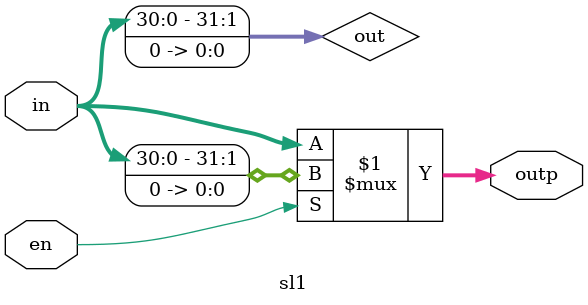
<source format=v>
module sl1(in,en,outp);

input [31:0] in;
input en;
output [31:0] outp;
wire[31:0] out;

assign out[0] = 1'b0;
assign out[1 ] = in[0 ];
assign out[2 ] = in[1 ];
assign out[3 ] = in[2 ];
assign out[4 ] = in[3 ];
assign out[5 ] = in[4 ];
assign out[6 ] = in[5 ];
assign out[7 ] = in[6 ];
assign out[8 ] = in[7 ];
assign out[9 ] = in[8 ];
assign out[10] = in[9 ];
assign out[11] = in[10];
assign out[12] = in[11];
assign out[13] = in[12];
assign out[14] = in[13];
assign out[15] = in[14];
assign out[16] = in[15];
assign out[17] = in[16];
assign out[18] = in[17];
assign out[19] = in[18];
assign out[20] = in[19];
assign out[21] = in[20];
assign out[22] = in[21];
assign out[23] = in[22];
assign out[24] = in[23];
assign out[25] = in[24];
assign out[26] = in[25];
assign out[27] = in[26];
assign out[28] = in[27];
assign out[29] = in[28];
assign out[30] = in[29];
assign out[31] = in[30];

assign outp = en? out:in;

endmodule
</source>
